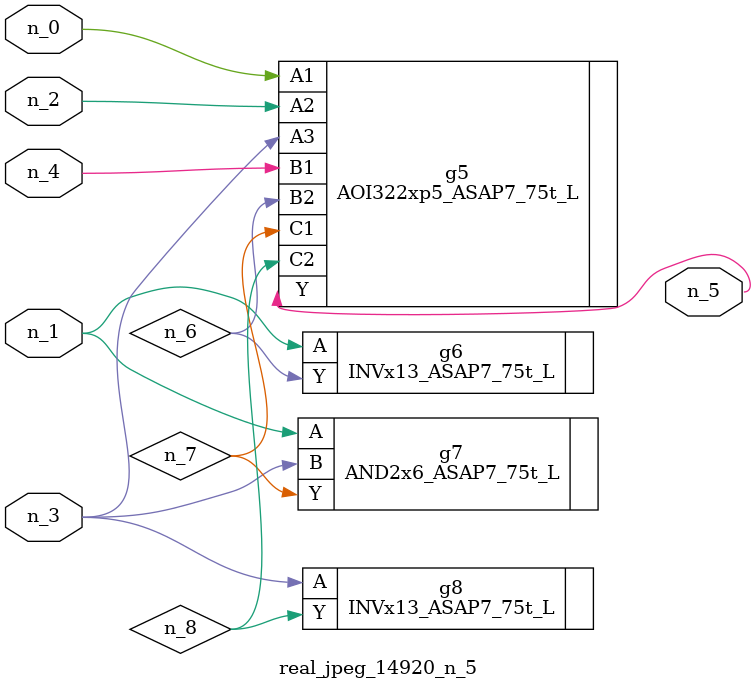
<source format=v>
module real_jpeg_14920_n_5 (n_4, n_0, n_1, n_2, n_3, n_5);

input n_4;
input n_0;
input n_1;
input n_2;
input n_3;

output n_5;

wire n_8;
wire n_6;
wire n_7;

AOI322xp5_ASAP7_75t_L g5 ( 
.A1(n_0),
.A2(n_2),
.A3(n_3),
.B1(n_4),
.B2(n_6),
.C1(n_7),
.C2(n_8),
.Y(n_5)
);

INVx13_ASAP7_75t_L g6 ( 
.A(n_1),
.Y(n_6)
);

AND2x6_ASAP7_75t_L g7 ( 
.A(n_1),
.B(n_3),
.Y(n_7)
);

INVx13_ASAP7_75t_L g8 ( 
.A(n_3),
.Y(n_8)
);


endmodule
</source>
